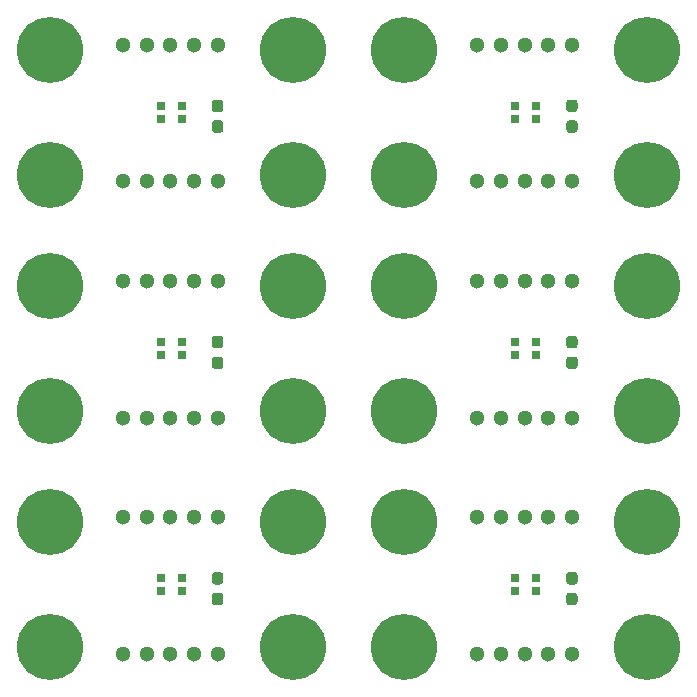
<source format=gts>
%MOIN*%
%OFA0B0*%
%FSLAX46Y46*%
%IPPOS*%
%LPD*%
%ADD10R,0.027559055118110236X0.027559055118110236*%
%ADD11C,0.051181102362204731*%
%ADD12C,0.22047244094488189*%
%ADD13C,0.14173228346456693*%
%ADD24R,0.027559055118110236X0.027559055118110236*%
%ADD25C,0.051181102362204731*%
%ADD26C,0.22047244094488189*%
%ADD27C,0.14173228346456693*%
%ADD28R,0.027559055118110236X0.027559055118110236*%
%ADD29C,0.051181102362204731*%
%ADD30C,0.22047244094488189*%
%ADD31C,0.14173228346456693*%
%ADD32R,0.027559055118110236X0.027559055118110236*%
%ADD33C,0.051181102362204731*%
%ADD34C,0.22047244094488189*%
%ADD35C,0.14173228346456693*%
%ADD36R,0.027559055118110236X0.027559055118110236*%
%ADD37C,0.051181102362204731*%
%ADD38C,0.22047244094488189*%
%ADD39C,0.14173228346456693*%
%ADD40R,0.027559055118110236X0.027559055118110236*%
%ADD41C,0.051181102362204731*%
%ADD42C,0.22047244094488189*%
%ADD43C,0.14173228346456693*%
G01*
D10*
X-0004771889Y0004232500D02*
X0000495472Y0000312992D03*
X0000495472Y0000356299D03*
X0000567519Y0000356299D03*
X0000567519Y0000312992D03*
D11*
X0000685590Y0000560000D03*
X0000606850Y0000560000D03*
X0000528110Y0000560000D03*
X0000449370Y0000560000D03*
X0000370629Y0000560000D03*
X0000370629Y0000103999D03*
X0000449370Y0000103999D03*
X0000528110Y0000103999D03*
X0000606850Y0000103999D03*
X0000685590Y0000103999D03*
G36*
G01*
X0000676259Y0000307771D02*
X0000694960Y0000307771D01*
G75*
G02*
X0000704310Y0000298421J-0000009350D01*
G01*
X0000704310Y0000275783D01*
G75*
G02*
X0000694960Y0000266433I-0000009350D01*
G01*
X0000676259Y0000266433D01*
G75*
G02*
X0000666909Y0000275783J0000009350D01*
G01*
X0000666909Y0000298421D01*
G75*
G02*
X0000676259Y0000307771I0000009350D01*
G01*
G37*
G36*
G01*
X0000676259Y0000376669D02*
X0000694960Y0000376669D01*
G75*
G02*
X0000704310Y0000367318J-0000009350D01*
G01*
X0000704310Y0000344681D01*
G75*
G02*
X0000694960Y0000335330I-0000009350D01*
G01*
X0000676259Y0000335330D01*
G75*
G02*
X0000666909Y0000344681J0000009350D01*
G01*
X0000666909Y0000367318D01*
G75*
G02*
X0000676259Y0000376669I0000009350D01*
G01*
G37*
D12*
X0000125984Y0000125984D03*
D13*
X0000125984Y0000125984D03*
D12*
X0000937007Y0000125984D03*
D13*
X0000937007Y0000125984D03*
D12*
X0000937007Y0000543307D03*
D13*
X0000937007Y0000543307D03*
D12*
X0000125984Y0000543307D03*
D13*
X0000125984Y0000543307D03*
G04 next file*
G04 Gerber Fmt 4.6, Leading zero omitted, Abs format (unit mm)*
G04 Created by KiCad (PCBNEW (5.1.10)-1) date 2021-09-16 22:13:13*
G01*
G04 APERTURE LIST*
G04 APERTURE END LIST*
D24*
X-0003590787Y0004232500D02*
X0001676574Y0000312992D03*
X0001676574Y0000356299D03*
X0001748622Y0000356299D03*
X0001748622Y0000312992D03*
D25*
X0001866692Y0000560000D03*
X0001787952Y0000560000D03*
X0001709212Y0000560000D03*
X0001630472Y0000560000D03*
X0001551732Y0000560000D03*
X0001551732Y0000103999D03*
X0001630472Y0000103999D03*
X0001709212Y0000103999D03*
X0001787952Y0000103999D03*
X0001866692Y0000103999D03*
G36*
G01*
X0001857362Y0000307771D02*
X0001876062Y0000307771D01*
G75*
G02*
X0001885413Y0000298421J-0000009350D01*
G01*
X0001885413Y0000275783D01*
G75*
G02*
X0001876062Y0000266433I-0000009350D01*
G01*
X0001857362Y0000266433D01*
G75*
G02*
X0001848011Y0000275783J0000009350D01*
G01*
X0001848011Y0000298421D01*
G75*
G02*
X0001857362Y0000307771I0000009350D01*
G01*
G37*
G36*
G01*
X0001857362Y0000376669D02*
X0001876062Y0000376669D01*
G75*
G02*
X0001885413Y0000367318J-0000009350D01*
G01*
X0001885413Y0000344681D01*
G75*
G02*
X0001876062Y0000335330I-0000009350D01*
G01*
X0001857362Y0000335330D01*
G75*
G02*
X0001848011Y0000344681J0000009350D01*
G01*
X0001848011Y0000367318D01*
G75*
G02*
X0001857362Y0000376669I0000009350D01*
G01*
G37*
D26*
X0001307086Y0000125984D03*
D27*
X0001307086Y0000125984D03*
D26*
X0002118110Y0000125984D03*
D27*
X0002118110Y0000125984D03*
D26*
X0002118110Y0000543307D03*
D27*
X0002118110Y0000543307D03*
D26*
X0001307086Y0000543307D03*
D27*
X0001307086Y0000543307D03*
G04 next file*
G04 Gerber Fmt 4.6, Leading zero omitted, Abs format (unit mm)*
G04 Created by KiCad (PCBNEW (5.1.10)-1) date 2021-09-16 22:13:13*
G01*
G04 APERTURE LIST*
G04 APERTURE END LIST*
D28*
X-0004771889Y0005019901D02*
X0000495472Y0001100393D03*
X0000495472Y0001143700D03*
X0000567519Y0001143700D03*
X0000567519Y0001100393D03*
D29*
X0000685590Y0001347401D03*
X0000606850Y0001347401D03*
X0000528110Y0001347401D03*
X0000449370Y0001347401D03*
X0000370629Y0001347401D03*
X0000370629Y0000891401D03*
X0000449370Y0000891401D03*
X0000528110Y0000891401D03*
X0000606850Y0000891401D03*
X0000685590Y0000891401D03*
G36*
G01*
X0000676259Y0001095173D02*
X0000694960Y0001095173D01*
G75*
G02*
X0000704310Y0001085822J-0000009350D01*
G01*
X0000704310Y0001063184D01*
G75*
G02*
X0000694960Y0001053834I-0000009350D01*
G01*
X0000676259Y0001053834D01*
G75*
G02*
X0000666909Y0001063184J0000009350D01*
G01*
X0000666909Y0001085822D01*
G75*
G02*
X0000676259Y0001095173I0000009350D01*
G01*
G37*
G36*
G01*
X0000676259Y0001164070D02*
X0000694960Y0001164070D01*
G75*
G02*
X0000704310Y0001154720J-0000009350D01*
G01*
X0000704310Y0001132082D01*
G75*
G02*
X0000694960Y0001122732I-0000009350D01*
G01*
X0000676259Y0001122732D01*
G75*
G02*
X0000666909Y0001132082J0000009350D01*
G01*
X0000666909Y0001154720D01*
G75*
G02*
X0000676259Y0001164070I0000009350D01*
G01*
G37*
D30*
X0000125984Y0000913385D03*
D31*
X0000125984Y0000913385D03*
D30*
X0000937007Y0000913385D03*
D31*
X0000937007Y0000913385D03*
D30*
X0000937007Y0001330708D03*
D31*
X0000937007Y0001330708D03*
D30*
X0000125984Y0001330708D03*
D31*
X0000125984Y0001330708D03*
G04 next file*
G04 Gerber Fmt 4.6, Leading zero omitted, Abs format (unit mm)*
G04 Created by KiCad (PCBNEW (5.1.10)-1) date 2021-09-16 22:13:13*
G01*
G04 APERTURE LIST*
G04 APERTURE END LIST*
D32*
X-0004771889Y0005807303D02*
X0000495472Y0001887795D03*
X0000495472Y0001931102D03*
X0000567519Y0001931102D03*
X0000567519Y0001887795D03*
D33*
X0000685590Y0002134803D03*
X0000606850Y0002134803D03*
X0000528110Y0002134803D03*
X0000449370Y0002134803D03*
X0000370629Y0002134803D03*
X0000370629Y0001678803D03*
X0000449370Y0001678803D03*
X0000528110Y0001678803D03*
X0000606850Y0001678803D03*
X0000685590Y0001678803D03*
G36*
G01*
X0000676259Y0001882574D02*
X0000694960Y0001882574D01*
G75*
G02*
X0000704310Y0001873224J-0000009350D01*
G01*
X0000704310Y0001850586D01*
G75*
G02*
X0000694960Y0001841236I-0000009350D01*
G01*
X0000676259Y0001841236D01*
G75*
G02*
X0000666909Y0001850586J0000009350D01*
G01*
X0000666909Y0001873224D01*
G75*
G02*
X0000676259Y0001882574I0000009350D01*
G01*
G37*
G36*
G01*
X0000676259Y0001951472D02*
X0000694960Y0001951472D01*
G75*
G02*
X0000704310Y0001942121J-0000009350D01*
G01*
X0000704310Y0001919484D01*
G75*
G02*
X0000694960Y0001910133I-0000009350D01*
G01*
X0000676259Y0001910133D01*
G75*
G02*
X0000666909Y0001919484J0000009350D01*
G01*
X0000666909Y0001942121D01*
G75*
G02*
X0000676259Y0001951472I0000009350D01*
G01*
G37*
D34*
X0000125984Y0001700787D03*
D35*
X0000125984Y0001700787D03*
D34*
X0000937007Y0001700787D03*
D35*
X0000937007Y0001700787D03*
D34*
X0000937007Y0002118110D03*
D35*
X0000937007Y0002118110D03*
D34*
X0000125984Y0002118110D03*
D35*
X0000125984Y0002118110D03*
G04 next file*
G04 Gerber Fmt 4.6, Leading zero omitted, Abs format (unit mm)*
G04 Created by KiCad (PCBNEW (5.1.10)-1) date 2021-09-16 22:13:13*
G01*
G04 APERTURE LIST*
G04 APERTURE END LIST*
D36*
X-0003590787Y0005019901D02*
X0001676574Y0001100393D03*
X0001676574Y0001143700D03*
X0001748622Y0001143700D03*
X0001748622Y0001100393D03*
D37*
X0001866692Y0001347401D03*
X0001787952Y0001347401D03*
X0001709212Y0001347401D03*
X0001630472Y0001347401D03*
X0001551732Y0001347401D03*
X0001551732Y0000891401D03*
X0001630472Y0000891401D03*
X0001709212Y0000891401D03*
X0001787952Y0000891401D03*
X0001866692Y0000891401D03*
G36*
G01*
X0001857362Y0001095173D02*
X0001876062Y0001095173D01*
G75*
G02*
X0001885413Y0001085822J-0000009350D01*
G01*
X0001885413Y0001063184D01*
G75*
G02*
X0001876062Y0001053834I-0000009350D01*
G01*
X0001857362Y0001053834D01*
G75*
G02*
X0001848011Y0001063184J0000009350D01*
G01*
X0001848011Y0001085822D01*
G75*
G02*
X0001857362Y0001095173I0000009350D01*
G01*
G37*
G36*
G01*
X0001857362Y0001164070D02*
X0001876062Y0001164070D01*
G75*
G02*
X0001885413Y0001154720J-0000009350D01*
G01*
X0001885413Y0001132082D01*
G75*
G02*
X0001876062Y0001122732I-0000009350D01*
G01*
X0001857362Y0001122732D01*
G75*
G02*
X0001848011Y0001132082J0000009350D01*
G01*
X0001848011Y0001154720D01*
G75*
G02*
X0001857362Y0001164070I0000009350D01*
G01*
G37*
D38*
X0001307086Y0000913385D03*
D39*
X0001307086Y0000913385D03*
D38*
X0002118110Y0000913385D03*
D39*
X0002118110Y0000913385D03*
D38*
X0002118110Y0001330708D03*
D39*
X0002118110Y0001330708D03*
D38*
X0001307086Y0001330708D03*
D39*
X0001307086Y0001330708D03*
G04 next file*
G04 Gerber Fmt 4.6, Leading zero omitted, Abs format (unit mm)*
G04 Created by KiCad (PCBNEW (5.1.10)-1) date 2021-09-16 22:13:13*
G01*
G04 APERTURE LIST*
G04 APERTURE END LIST*
D40*
X-0003590787Y0005807303D02*
X0001676574Y0001887795D03*
X0001676574Y0001931102D03*
X0001748622Y0001931102D03*
X0001748622Y0001887795D03*
D41*
X0001866692Y0002134803D03*
X0001787952Y0002134803D03*
X0001709212Y0002134803D03*
X0001630472Y0002134803D03*
X0001551732Y0002134803D03*
X0001551732Y0001678803D03*
X0001630472Y0001678803D03*
X0001709212Y0001678803D03*
X0001787952Y0001678803D03*
X0001866692Y0001678803D03*
G36*
G01*
X0001857362Y0001882574D02*
X0001876062Y0001882574D01*
G75*
G02*
X0001885413Y0001873224J-0000009350D01*
G01*
X0001885413Y0001850586D01*
G75*
G02*
X0001876062Y0001841236I-0000009350D01*
G01*
X0001857362Y0001841236D01*
G75*
G02*
X0001848011Y0001850586J0000009350D01*
G01*
X0001848011Y0001873224D01*
G75*
G02*
X0001857362Y0001882574I0000009350D01*
G01*
G37*
G36*
G01*
X0001857362Y0001951472D02*
X0001876062Y0001951472D01*
G75*
G02*
X0001885413Y0001942121J-0000009350D01*
G01*
X0001885413Y0001919484D01*
G75*
G02*
X0001876062Y0001910133I-0000009350D01*
G01*
X0001857362Y0001910133D01*
G75*
G02*
X0001848011Y0001919484J0000009350D01*
G01*
X0001848011Y0001942121D01*
G75*
G02*
X0001857362Y0001951472I0000009350D01*
G01*
G37*
D42*
X0001307086Y0001700787D03*
D43*
X0001307086Y0001700787D03*
D42*
X0002118110Y0001700787D03*
D43*
X0002118110Y0001700787D03*
D42*
X0002118110Y0002118110D03*
D43*
X0002118110Y0002118110D03*
D42*
X0001307086Y0002118110D03*
D43*
X0001307086Y0002118110D03*
M02*
</source>
